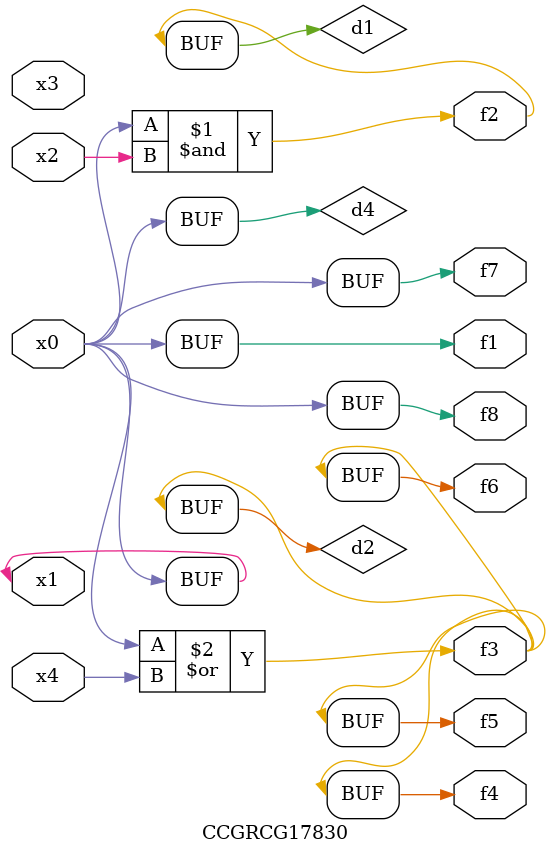
<source format=v>
module CCGRCG17830(
	input x0, x1, x2, x3, x4,
	output f1, f2, f3, f4, f5, f6, f7, f8
);

	wire d1, d2, d3, d4;

	and (d1, x0, x2);
	or (d2, x0, x4);
	nand (d3, x0, x2);
	buf (d4, x0, x1);
	assign f1 = d4;
	assign f2 = d1;
	assign f3 = d2;
	assign f4 = d2;
	assign f5 = d2;
	assign f6 = d2;
	assign f7 = d4;
	assign f8 = d4;
endmodule

</source>
